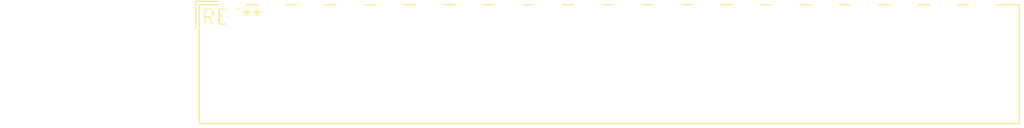
<source format=kicad_pcb>
(kicad_pcb (version 20240108) (generator pcbnew)
  (layers (0 "F.Cu" signal) (31 "B.Cu" signal) (34 "B.Paste" user) (35 "F.Paste" user) (36 "B.SilkS" user "B.Silkscreen") (37 "F.SilkS" user "F.Silkscreen") (38 "B.Mask" user) (39 "F.Mask" user) (44 "Edge.Cuts" user))
  (net 0 "")
  (footprint "Wago_734-180_1x20_P3.50mm_Horizontal" (layer "F.Cu") (at 0 0)
    (property "Reference" "REF**")
    (property "Value" "Wago_734-180_1x20_P3.50mm_Horizontal")
    (fp_line (start -3.21 -1.41) (end -1.26 -1.41) (layer "F.SilkS") (stroke (width 0.12)))
    (fp_line (start -3.21 1) (end -3.21 -1.41) (layer "F.SilkS") (stroke (width 0.12)))
    (fp_line (start -2.91 -1.11) (end -2.91 9.41) (layer "F.SilkS") (stroke (width 0.12)))
    (fp_line (start -2.91 9.41) (end 69.71 9.41) (layer "F.SilkS") (stroke (width 0.12)))
    (fp_line (start -1.26 -1.11) (end -2.91 -1.11) (layer "F.SilkS") (stroke (width 0.12)))
    (fp_line (start 1.26 -1.11) (end 2.24 -1.11) (layer "F.SilkS") (stroke (width 0.12)))
    (fp_line (start 4.76 -1.11) (end 5.74 -1.11) (layer "F.SilkS") (stroke (width 0.12)))
    (fp_line (start 8.26 -1.11) (end 9.24 -1.11) (layer "F.SilkS") (stroke (width 0.12)))
    (fp_line (start 11.76 -1.11) (end 12.74 -1.11) (layer "F.SilkS") (stroke (width 0.12)))
    (fp_line (start 15.26 -1.11) (end 16.24 -1.11) (layer "F.SilkS") (stroke (width 0.12)))
    (fp_line (start 18.76 -1.11) (end 19.74 -1.11) (layer "F.SilkS") (stroke (width 0.12)))
    (fp_line (start 22.26 -1.11) (end 23.24 -1.11) (layer "F.SilkS") (stroke (width 0.12)))
    (fp_line (start 25.76 -1.11) (end 26.74 -1.11) (layer "F.SilkS") (stroke (width 0.12)))
    (fp_line (start 29.26 -1.11) (end 30.24 -1.11) (layer "F.SilkS") (stroke (width 0.12)))
    (fp_line (start 32.76 -1.11) (end 33.74 -1.11) (layer "F.SilkS") (stroke (width 0.12)))
    (fp_line (start 36.26 -1.11) (end 37.24 -1.11) (layer "F.SilkS") (stroke (width 0.12)))
    (fp_line (start 39.76 -1.11) (end 40.74 -1.11) (layer "F.SilkS") (stroke (width 0.12)))
    (fp_line (start 43.26 -1.11) (end 44.24 -1.11) (layer "F.SilkS") (stroke (width 0.12)))
    (fp_line (start 46.76 -1.11) (end 47.74 -1.11) (layer "F.SilkS") (stroke (width 0.12)))
    (fp_line (start 50.26 -1.11) (end 51.24 -1.11) (layer "F.SilkS") (stroke (width 0.12)))
    (fp_line (start 53.76 -1.11) (end 54.74 -1.11) (layer "F.SilkS") (stroke (width 0.12)))
    (fp_line (start 57.26 -1.11) (end 58.24 -1.11) (layer "F.SilkS") (stroke (width 0.12)))
    (fp_line (start 60.76 -1.11) (end 61.74 -1.11) (layer "F.SilkS") (stroke (width 0.12)))
    (fp_line (start 64.26 -1.11) (end 65.24 -1.11) (layer "F.SilkS") (stroke (width 0.12)))
    (fp_line (start 69.71 -1.11) (end 67.76 -1.11) (layer "F.SilkS") (stroke (width 0.12)))
    (fp_line (start 69.71 9.41) (end 69.71 -1.11) (layer "F.SilkS") (stroke (width 0.12)))
    (pad "1" thru_hole roundrect (at 0 0) (size 2 2.6) (drill 1.6) (layers *.Cu *.Mask) (remove_unused_layers) (roundrect_rratio 0.125))
    (pad "2" thru_hole oval (at 3.5 0) (size 2 2.6) (drill 1.6) (layers *.Cu *.Mask) (remove_unused_layers))
    (pad "3" thru_hole oval (at 7 0) (size 2 2.6) (drill 1.6) (layers *.Cu *.Mask) (remove_unused_layers))
    (pad "4" thru_hole oval (at 10.5 0) (size 2 2.6) (drill 1.6) (layers *.Cu *.Mask) (remove_unused_layers))
    (pad "5" thru_hole oval (at 14 0) (size 2 2.6) (drill 1.6) (layers *.Cu *.Mask) (remove_unused_layers))
    (pad "6" thru_hole oval (at 17.5 0) (size 2 2.6) (drill 1.6) (layers *.Cu *.Mask) (remove_unused_layers))
    (pad "7" thru_hole oval (at 21 0) (size 2 2.6) (drill 1.6) (layers *.Cu *.Mask) (remove_unused_layers))
    (pad "8" thru_hole oval (at 24.5 0) (size 2 2.6) (drill 1.6) (layers *.Cu *.Mask) (remove_unused_layers))
    (pad "9" thru_hole oval (at 28 0) (size 2 2.6) (drill 1.6) (layers *.Cu *.Mask) (remove_unused_layers))
    (pad "10" thru_hole oval (at 31.5 0) (size 2 2.6) (drill 1.6) (layers *.Cu *.Mask) (remove_unused_layers))
    (pad "11" thru_hole oval (at 35 0) (size 2 2.6) (drill 1.6) (layers *.Cu *.Mask) (remove_unused_layers))
    (pad "12" thru_hole oval (at 38.5 0) (size 2 2.6) (drill 1.6) (layers *.Cu *.Mask) (remove_unused_layers))
    (pad "13" thru_hole oval (at 42 0) (size 2 2.6) (drill 1.6) (layers *.Cu *.Mask) (remove_unused_layers))
    (pad "14" thru_hole oval (at 45.5 0) (size 2 2.6) (drill 1.6) (layers *.Cu *.Mask) (remove_unused_layers))
    (pad "15" thru_hole oval (at 49 0) (size 2 2.6) (drill 1.6) (layers *.Cu *.Mask) (remove_unused_layers))
    (pad "16" thru_hole oval (at 52.5 0) (size 2 2.6) (drill 1.6) (layers *.Cu *.Mask) (remove_unused_layers))
    (pad "17" thru_hole oval (at 56 0) (size 2 2.6) (drill 1.6) (layers *.Cu *.Mask) (remove_unused_layers))
    (pad "18" thru_hole oval (at 59.5 0) (size 2 2.6) (drill 1.6) (layers *.Cu *.Mask) (remove_unused_layers))
    (pad "19" thru_hole oval (at 63 0) (size 2 2.6) (drill 1.6) (layers *.Cu *.Mask) (remove_unused_layers))
    (pad "20" thru_hole oval (at 66.5 0) (size 2 2.6) (drill 1.6) (layers *.Cu *.Mask) (remove_unused_layers))
  )
)
</source>
